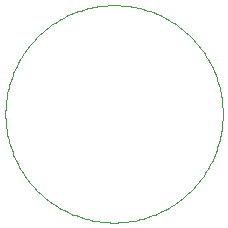
<source format=gko>
G04 EAGLE Gerber RS-274X export*
G75*
%MOMM*%
%FSLAX34Y34*%
%LPD*%
%INOutline_Milling*%
%IPPOS*%
%AMOC8*
5,1,8,0,0,1.08239X$1,22.5*%
G01*
%ADD10C,0.000000*%


D10*
X92000Y184000D02*
X89777Y183973D01*
X87555Y183893D01*
X85336Y183758D01*
X83121Y183571D01*
X80911Y183329D01*
X78707Y183035D01*
X76511Y182687D01*
X74324Y182286D01*
X72148Y181833D01*
X69983Y181327D01*
X67831Y180769D01*
X65693Y180159D01*
X63570Y179497D01*
X61464Y178785D01*
X59376Y178021D01*
X57307Y177208D01*
X55258Y176345D01*
X53231Y175432D01*
X51226Y174471D01*
X49245Y173462D01*
X47290Y172405D01*
X45360Y171301D01*
X43457Y170151D01*
X41583Y168955D01*
X39738Y167715D01*
X37924Y166430D01*
X36141Y165101D01*
X34391Y163730D01*
X32675Y162317D01*
X30993Y160863D01*
X29347Y159369D01*
X27737Y157835D01*
X26165Y156263D01*
X24631Y154653D01*
X23137Y153007D01*
X21683Y151325D01*
X20270Y149609D01*
X18899Y147859D01*
X17570Y146076D01*
X16285Y144262D01*
X15045Y142417D01*
X13849Y140543D01*
X12699Y138640D01*
X11595Y136710D01*
X10538Y134755D01*
X9529Y132774D01*
X8568Y130769D01*
X7655Y128742D01*
X6792Y126693D01*
X5979Y124624D01*
X5215Y122536D01*
X4503Y120430D01*
X3841Y118307D01*
X3231Y116169D01*
X2673Y114017D01*
X2167Y111852D01*
X1714Y109676D01*
X1313Y107489D01*
X965Y105293D01*
X671Y103089D01*
X429Y100879D01*
X242Y98664D01*
X107Y96445D01*
X27Y94223D01*
X0Y92000D01*
X27Y89777D01*
X107Y87555D01*
X242Y85336D01*
X429Y83121D01*
X671Y80911D01*
X965Y78707D01*
X1313Y76511D01*
X1714Y74324D01*
X2167Y72148D01*
X2673Y69983D01*
X3231Y67831D01*
X3841Y65693D01*
X4503Y63570D01*
X5215Y61464D01*
X5979Y59376D01*
X6792Y57307D01*
X7655Y55258D01*
X8568Y53231D01*
X9529Y51226D01*
X10538Y49245D01*
X11595Y47290D01*
X12699Y45360D01*
X13849Y43457D01*
X15045Y41583D01*
X16285Y39738D01*
X17570Y37924D01*
X18899Y36141D01*
X20270Y34391D01*
X21683Y32675D01*
X23137Y30993D01*
X24631Y29347D01*
X26165Y27737D01*
X27737Y26165D01*
X29347Y24631D01*
X30993Y23137D01*
X32675Y21683D01*
X34391Y20270D01*
X36141Y18899D01*
X37924Y17570D01*
X39738Y16285D01*
X41583Y15045D01*
X43457Y13849D01*
X45360Y12699D01*
X47290Y11595D01*
X49245Y10538D01*
X51226Y9529D01*
X53231Y8568D01*
X55258Y7655D01*
X57307Y6792D01*
X59376Y5979D01*
X61464Y5215D01*
X63570Y4503D01*
X65693Y3841D01*
X67831Y3231D01*
X69983Y2673D01*
X72148Y2167D01*
X74324Y1714D01*
X76511Y1313D01*
X78707Y965D01*
X80911Y671D01*
X83121Y429D01*
X85336Y242D01*
X87555Y107D01*
X89777Y27D01*
X92000Y0D01*
X94223Y27D01*
X96445Y107D01*
X98664Y242D01*
X100879Y429D01*
X103089Y671D01*
X105293Y965D01*
X107489Y1313D01*
X109676Y1714D01*
X111852Y2167D01*
X114017Y2673D01*
X116169Y3231D01*
X118307Y3841D01*
X120430Y4503D01*
X122536Y5215D01*
X124624Y5979D01*
X126693Y6792D01*
X128742Y7655D01*
X130769Y8568D01*
X132774Y9529D01*
X134755Y10538D01*
X136710Y11595D01*
X138640Y12699D01*
X140543Y13849D01*
X142417Y15045D01*
X144262Y16285D01*
X146076Y17570D01*
X147859Y18899D01*
X149609Y20270D01*
X151325Y21683D01*
X153007Y23137D01*
X154653Y24631D01*
X156263Y26165D01*
X157835Y27737D01*
X159369Y29347D01*
X160863Y30993D01*
X162317Y32675D01*
X163730Y34391D01*
X165101Y36141D01*
X166430Y37924D01*
X167715Y39738D01*
X168955Y41583D01*
X170151Y43457D01*
X171301Y45360D01*
X172405Y47290D01*
X173462Y49245D01*
X174471Y51226D01*
X175432Y53231D01*
X176345Y55258D01*
X177208Y57307D01*
X178021Y59376D01*
X178785Y61464D01*
X179497Y63570D01*
X180159Y65693D01*
X180769Y67831D01*
X181327Y69983D01*
X181833Y72148D01*
X182286Y74324D01*
X182687Y76511D01*
X183035Y78707D01*
X183329Y80911D01*
X183571Y83121D01*
X183758Y85336D01*
X183893Y87555D01*
X183973Y89777D01*
X184000Y92000D01*
X183973Y94223D01*
X183893Y96445D01*
X183758Y98664D01*
X183571Y100879D01*
X183329Y103089D01*
X183035Y105293D01*
X182687Y107489D01*
X182286Y109676D01*
X181833Y111852D01*
X181327Y114017D01*
X180769Y116169D01*
X180159Y118307D01*
X179497Y120430D01*
X178785Y122536D01*
X178021Y124624D01*
X177208Y126693D01*
X176345Y128742D01*
X175432Y130769D01*
X174471Y132774D01*
X173462Y134755D01*
X172405Y136710D01*
X171301Y138640D01*
X170151Y140543D01*
X168955Y142417D01*
X167715Y144262D01*
X166430Y146076D01*
X165101Y147859D01*
X163730Y149609D01*
X162317Y151325D01*
X160863Y153007D01*
X159369Y154653D01*
X157835Y156263D01*
X156263Y157835D01*
X154653Y159369D01*
X153007Y160863D01*
X151325Y162317D01*
X149609Y163730D01*
X147859Y165101D01*
X146076Y166430D01*
X144262Y167715D01*
X142417Y168955D01*
X140543Y170151D01*
X138640Y171301D01*
X136710Y172405D01*
X134755Y173462D01*
X132774Y174471D01*
X130769Y175432D01*
X128742Y176345D01*
X126693Y177208D01*
X124624Y178021D01*
X122536Y178785D01*
X120430Y179497D01*
X118307Y180159D01*
X116169Y180769D01*
X114017Y181327D01*
X111852Y181833D01*
X109676Y182286D01*
X107489Y182687D01*
X105293Y183035D01*
X103089Y183329D01*
X100879Y183571D01*
X98664Y183758D01*
X96445Y183893D01*
X94223Y183973D01*
X92000Y184000D01*
M02*

</source>
